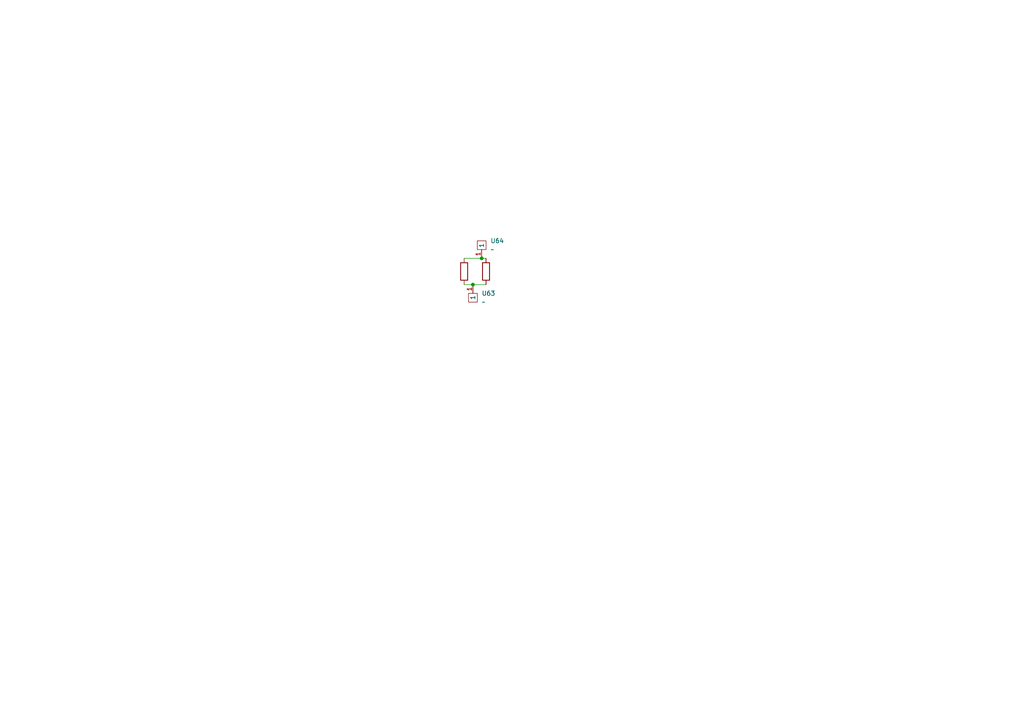
<source format=kicad_sch>
(kicad_sch (version 20250114) (generator "eeschema") (generator_version "9.0")
  (paper "A4")
  (lib_symbols
    (symbol "Device:R" (pin_numbers (hide yes)) (pin_names (offset 0))
      (property "Reference" "R" (at 2.032 0 90))
      (property "Value" "R" (at 0 0 90))
      (symbol "R_0_1"
        (rectangle (start -1.016 -2.54) (end 1.016 2.54) (stroke (width 0.254)))
      )
      (symbol "R_1_1"
        (pin passive line (at 0 3.81 270) (length 1.27) (name "~") (number "1"))
        (pin passive line (at 0 -3.81 90) (length 1.27) (name "~") (number "2"))
      )
    )
    (symbol "STRIP CONNECTORS New_Library_0:_1"
      (property "Reference" "U" (at 0 0 0))
      (symbol "_1_0_1"
        (rectangle (start -1.27 1.27) (end 1.27 -1.27))
      )
      (symbol "_1_1_1"
        (pin bidirectional line (at -3.81 0 0) (length 2.54) (name "1") (number "1"))
      )
    )
  )
  (junction (at 139.7 74.93))
  (junction (at 137.16 82.55))
  (wire (pts (xy 139.7 74.93) (xy 140.97 74.93)))
  (wire (pts (xy 134.62 82.55) (xy 137.16 82.55)))
  (wire (pts (xy 134.62 74.93) (xy 139.7 74.93)))
  (wire (pts (xy 137.16 82.55) (xy 140.97 82.55)))
  (symbol (lib_id "Device:R") (at 140.97 78.74 0) (unit 1)
    (property "Reference" "R2" (effects (hide yes)))
    (property "Value" "R" (effects (hide yes)))
    (property "Footprint" "Library:R_0805 editeded" (effects (hide yes)))
    (property "Description" "Resistor" (effects (hide yes)))
    (instances (project "STRIP PCB," (path "" (reference "R64") (unit 1)) (path "" (reference "R42") (unit 1)) (path "" (reference "R40") (unit 1)) (path "" (reference "R54") (unit 1)) (path "" (reference "R82") (unit 1)) (path "" (reference "R48") (unit 1)) (path "" (reference "R66") (unit 1)) (path "" (reference "R46") (unit 1)) (path "" (reference "R106") (unit 1)) (path "" (reference "R26") (unit 1)) (path "" (reference "R78") (unit 1)) (path "" (reference "R102") (unit 1)) (path "" (reference "R14") (unit 1)) (path "" (reference "R104") (unit 1)) (path "" (reference "R60") (unit 1)) (path "" (reference "R100") (unit 1)) (path "" (reference "R108") (unit 1)) (path "" (reference "R16") (unit 1)) (path "" (reference "R34") (unit 1)) (path "" (reference "R6") (unit 1)) (path "" (reference "R4") (unit 1)) (path "" (reference "R24") (unit 1)) (path "" (reference "R20") (unit 1)) (path "" (reference "R112") (unit 1)) (path "" (reference "R110") (unit 1)) (path "" (reference "R10") (unit 1)) (path "" (reference "R2") (unit 1)) (path "" (reference "R30") (unit 1)) (path "" (reference "R12") (unit 1)) (path "" (reference "R32") (unit 1)) (path "" (reference "R50") (unit 1)) (path "" (reference "R90") (unit 1)) (path "" (reference "R74") (unit 1)) (path "" (reference "R92") (unit 1)) (path "" (reference "R52") (unit 1)) (path "" (reference "R94") (unit 1)) (path "" (reference "R84") (unit 1)) (path "" (reference "R80") (unit 1)) (path "" (reference "R22") (unit 1)) (path "" (reference "R58") (unit 1)) (path "" (reference "R36") (unit 1)) (path "" (reference "R62") (unit 1)) (path "" (reference "R18") (unit 1)) (path "" (reference "R8") (unit 1)) (path "" (reference "R98") (unit 1)) (path "" (reference "R88") (unit 1)) (path "" (reference "R68") (unit 1)) (path "" (reference "R72") (unit 1)) (path "" (reference "R28") (unit 1)) (path "" (reference "R56") (unit 1)) (path "" (reference "R76") (unit 1)) (path "" (reference "R86") (unit 1)) (path "" (reference "R70") (unit 1)) (path "" (reference "R44") (unit 1)) (path "" (reference "R38") (unit 1)) (path "" (reference "R96") (unit 1))))
  )
  (symbol (lib_id "STRIP CONNECTORS New_Library_0:_1") (at 137.16 86.36 270) (unit 1)
    (property "Reference" "U1" (at 139.7 85.0899 90) (effects (justify left)))
    (property "Value" "~" (at 139.7 87.6299 90) (effects (justify left)))
    (property "Footprint" "Non plated edge:Untitled" (effects (hide yes)))
    (instances (project "STRIP PCB," (path "" (reference "U63") (unit 1)) (path "" (reference "U41") (unit 1)) (path "" (reference "U39") (unit 1)) (path "" (reference "U53") (unit 1)) (path "" (reference "U81") (unit 1)) (path "" (reference "U47") (unit 1)) (path "" (reference "U65") (unit 1)) (path "" (reference "U45") (unit 1)) (path "" (reference "U105") (unit 1)) (path "" (reference "U25") (unit 1)) (path "" (reference "U77") (unit 1)) (path "" (reference "U101") (unit 1)) (path "" (reference "U13") (unit 1)) (path "" (reference "U103") (unit 1)) (path "" (reference "U59") (unit 1)) (path "" (reference "U99") (unit 1)) (path "" (reference "U107") (unit 1)) (path "" (reference "U15") (unit 1)) (path "" (reference "U33") (unit 1)) (path "" (reference "U5") (unit 1)) (path "" (reference "U3") (unit 1)) (path "" (reference "U23") (unit 1)) (path "" (reference "U19") (unit 1)) (path "" (reference "U111") (unit 1)) (path "" (reference "U109") (unit 1)) (path "" (reference "U9") (unit 1)) (path "" (reference "U1") (unit 1)) (path "" (reference "U29") (unit 1)) (path "" (reference "U11") (unit 1)) (path "" (reference "U31") (unit 1)) (path "" (reference "U49") (unit 1)) (path "" (reference "U89") (unit 1)) (path "" (reference "U73") (unit 1)) (path "" (reference "U91") (unit 1)) (path "" (reference "U51") (unit 1)) (path "" (reference "U93") (unit 1)) (path "" (reference "U83") (unit 1)) (path "" (reference "U79") (unit 1)) (path "" (reference "U21") (unit 1)) (path "" (reference "U57") (unit 1)) (path "" (reference "U35") (unit 1)) (path "" (reference "U61") (unit 1)) (path "" (reference "U17") (unit 1)) (path "" (reference "U7") (unit 1)) (path "" (reference "U97") (unit 1)) (path "" (reference "U87") (unit 1)) (path "" (reference "U67") (unit 1)) (path "" (reference "U71") (unit 1)) (path "" (reference "U27") (unit 1)) (path "" (reference "U55") (unit 1)) (path "" (reference "U75") (unit 1)) (path "" (reference "U85") (unit 1)) (path "" (reference "U69") (unit 1)) (path "" (reference "U43") (unit 1)) (path "" (reference "U37") (unit 1)) (path "" (reference "U95") (unit 1))))
  )
  (symbol (lib_id "Device:R") (at 134.62 78.74 0) (unit 1)
    (property "Reference" "R1" (effects (hide yes)))
    (property "Value" "R" (effects (hide yes)))
    (property "Footprint" "Library:R_0805 editeded" (effects (hide yes)))
    (property "Description" "Resistor" (effects (hide yes)))
    (instances (project "STRIP PCB," (path "" (reference "R63") (unit 1)) (path "" (reference "R41") (unit 1)) (path "" (reference "R39") (unit 1)) (path "" (reference "R53") (unit 1)) (path "" (reference "R81") (unit 1)) (path "" (reference "R47") (unit 1)) (path "" (reference "R65") (unit 1)) (path "" (reference "R45") (unit 1)) (path "" (reference "R105") (unit 1)) (path "" (reference "R25") (unit 1)) (path "" (reference "R77") (unit 1)) (path "" (reference "R101") (unit 1)) (path "" (reference "R13") (unit 1)) (path "" (reference "R103") (unit 1)) (path "" (reference "R59") (unit 1)) (path "" (reference "R99") (unit 1)) (path "" (reference "R107") (unit 1)) (path "" (reference "R15") (unit 1)) (path "" (reference "R33") (unit 1)) (path "" (reference "R5") (unit 1)) (path "" (reference "R3") (unit 1)) (path "" (reference "R23") (unit 1)) (path "" (reference "R19") (unit 1)) (path "" (reference "R111") (unit 1)) (path "" (reference "R109") (unit 1)) (path "" (reference "R9") (unit 1)) (path "" (reference "R1") (unit 1)) (path "" (reference "R29") (unit 1)) (path "" (reference "R11") (unit 1)) (path "" (reference "R31") (unit 1)) (path "" (reference "R49") (unit 1)) (path "" (reference "R89") (unit 1)) (path "" (reference "R73") (unit 1)) (path "" (reference "R91") (unit 1)) (path "" (reference "R51") (unit 1)) (path "" (reference "R93") (unit 1)) (path "" (reference "R83") (unit 1)) (path "" (reference "R79") (unit 1)) (path "" (reference "R21") (unit 1)) (path "" (reference "R57") (unit 1)) (path "" (reference "R35") (unit 1)) (path "" (reference "R61") (unit 1)) (path "" (reference "R17") (unit 1)) (path "" (reference "R7") (unit 1)) (path "" (reference "R97") (unit 1)) (path "" (reference "R87") (unit 1)) (path "" (reference "R67") (unit 1)) (path "" (reference "R71") (unit 1)) (path "" (reference "R27") (unit 1)) (path "" (reference "R55") (unit 1)) (path "" (reference "R75") (unit 1)) (path "" (reference "R85") (unit 1)) (path "" (reference "R69") (unit 1)) (path "" (reference "R43") (unit 1)) (path "" (reference "R37") (unit 1)) (path "" (reference "R95") (unit 1))))
  )
  (symbol (lib_id "STRIP CONNECTORS New_Library_0:_1") (at 139.7 71.12 90) (unit 1)
    (property "Reference" "U2" (at 142.24 69.8499 90) (effects (justify right)))
    (property "Value" "~" (at 142.24 72.3899 90) (effects (justify right)))
    (property "Footprint" "Non plated edge:Untitled" (effects (hide yes)))
    (instances (project "STRIP PCB," (path "" (reference "U64") (unit 1)) (path "" (reference "U42") (unit 1)) (path "" (reference "U40") (unit 1)) (path "" (reference "U54") (unit 1)) (path "" (reference "U82") (unit 1)) (path "" (reference "U48") (unit 1)) (path "" (reference "U66") (unit 1)) (path "" (reference "U46") (unit 1)) (path "" (reference "U106") (unit 1)) (path "" (reference "U26") (unit 1)) (path "" (reference "U78") (unit 1)) (path "" (reference "U102") (unit 1)) (path "" (reference "U14") (unit 1)) (path "" (reference "U104") (unit 1)) (path "" (reference "U60") (unit 1)) (path "" (reference "U100") (unit 1)) (path "" (reference "U108") (unit 1)) (path "" (reference "U16") (unit 1)) (path "" (reference "U34") (unit 1)) (path "" (reference "U6") (unit 1)) (path "" (reference "U4") (unit 1)) (path "" (reference "U24") (unit 1)) (path "" (reference "U20") (unit 1)) (path "" (reference "U112") (unit 1)) (path "" (reference "U110") (unit 1)) (path "" (reference "U10") (unit 1)) (path "" (reference "U2") (unit 1)) (path "" (reference "U30") (unit 1)) (path "" (reference "U12") (unit 1)) (path "" (reference "U32") (unit 1)) (path "" (reference "U50") (unit 1)) (path "" (reference "U90") (unit 1)) (path "" (reference "U74") (unit 1)) (path "" (reference "U92") (unit 1)) (path "" (reference "U52") (unit 1)) (path "" (reference "U94") (unit 1)) (path "" (reference "U84") (unit 1)) (path "" (reference "U80") (unit 1)) (path "" (reference "U22") (unit 1)) (path "" (reference "U58") (unit 1)) (path "" (reference "U36") (unit 1)) (path "" (reference "U62") (unit 1)) (path "" (reference "U18") (unit 1)) (path "" (reference "U8") (unit 1)) (path "" (reference "U98") (unit 1)) (path "" (reference "U88") (unit 1)) (path "" (reference "U68") (unit 1)) (path "" (reference "U72") (unit 1)) (path "" (reference "U28") (unit 1)) (path "" (reference "U56") (unit 1)) (path "" (reference "U76") (unit 1)) (path "" (reference "U86") (unit 1)) (path "" (reference "U70") (unit 1)) (path "" (reference "U44") (unit 1)) (path "" (reference "U38") (unit 1)) (path "" (reference "U96") (unit 1))))
  )
)
</source>
